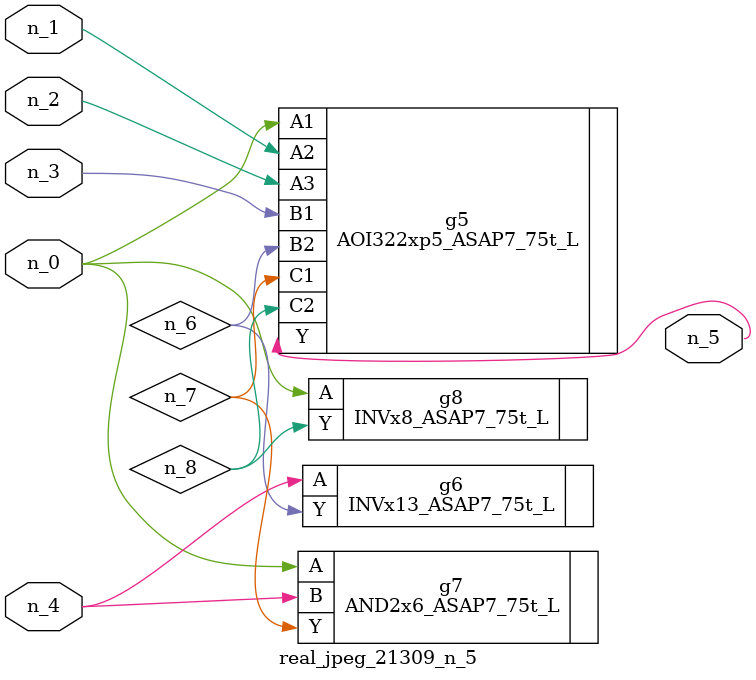
<source format=v>
module real_jpeg_21309_n_5 (n_4, n_0, n_1, n_2, n_3, n_5);

input n_4;
input n_0;
input n_1;
input n_2;
input n_3;

output n_5;

wire n_8;
wire n_6;
wire n_7;

AOI322xp5_ASAP7_75t_L g5 ( 
.A1(n_0),
.A2(n_1),
.A3(n_2),
.B1(n_3),
.B2(n_6),
.C1(n_7),
.C2(n_8),
.Y(n_5)
);

AND2x6_ASAP7_75t_L g7 ( 
.A(n_0),
.B(n_4),
.Y(n_7)
);

INVx8_ASAP7_75t_L g8 ( 
.A(n_0),
.Y(n_8)
);

INVx13_ASAP7_75t_L g6 ( 
.A(n_4),
.Y(n_6)
);


endmodule
</source>
